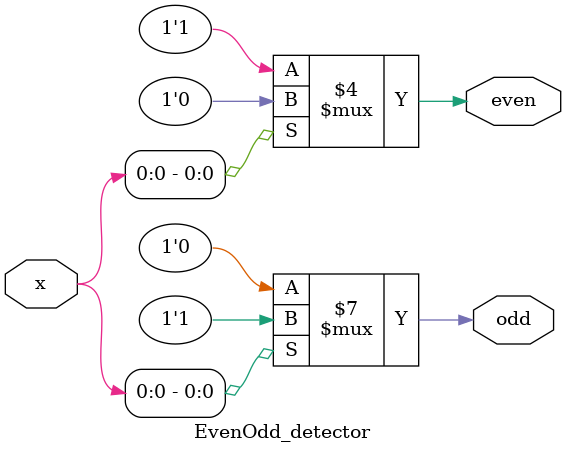
<source format=sv>
/*

// Code your design here
module binary_decoder (input [2:0] x, output reg [7:0] y);
  always @(*)
    //In Verilog, always @(*) is a procedural construct known as a                 sensitivity list. It is used to define a block of code that is                executed whenever any of its inputs (*) change.
    
    // The @(*) notation specifically indicates that the block should be            sensitive to any change in the signals within its body. This is              commonly referred to as a "combinational block" because it will              execute whenever any of its input signals change, without any                specific clock signal triggering it. (the output is solely dependent        on the current values of the input signals.) 
  begin
  case(x)
      3'b000: y = 8'b00000001;
      3'b001: y = 8'b00000010;
      3'b010: y = 8'b00000100;
      3'b011: y = 8'b00001000;
      3'b100: y = 8'b00010000;
      3'b101: y = 8'b00100000;
      3'b110: y = 8'b01000000;
      3'b111: y = 8'b10000000;
   endcase
   end
endmodule


*/



module EvenOdd_detector ( 
  input [3:0] x,  
  output reg even, 
  output reg odd
);
  
  always @(*)
    begin
      if (x[0] == 1 ) begin
        odd = 1;
        even = 0;
      end
      else begin 
        odd = 0;
        even = 1;
      end
    end
endmodule
  
        
</source>
